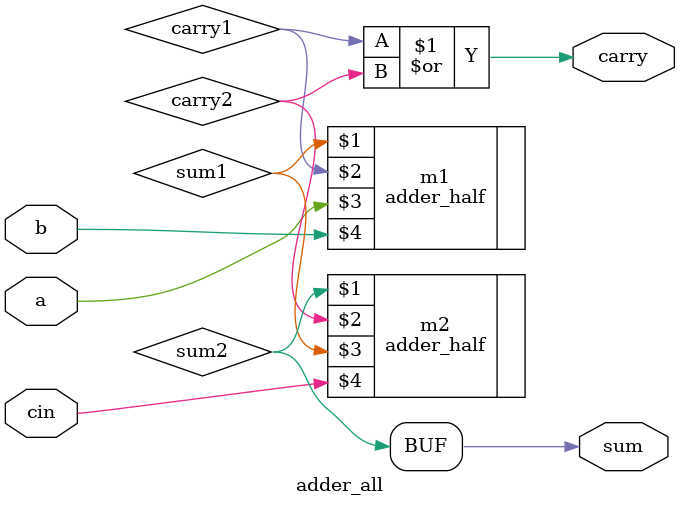
<source format=v>
module adder_all(sum,carry,a,b,cin);
    output sum;
    output carry;
    input a,b,cin;
    wire sum1,sum2,carry1,carry2;

    adder_half m1(sum1,carry1,a,b);
    adder_half m2(sum2,carry2,sum1,cin);

    or(carry, carry1, carry2);
    assign sum = sum2;



endmodule
</source>
